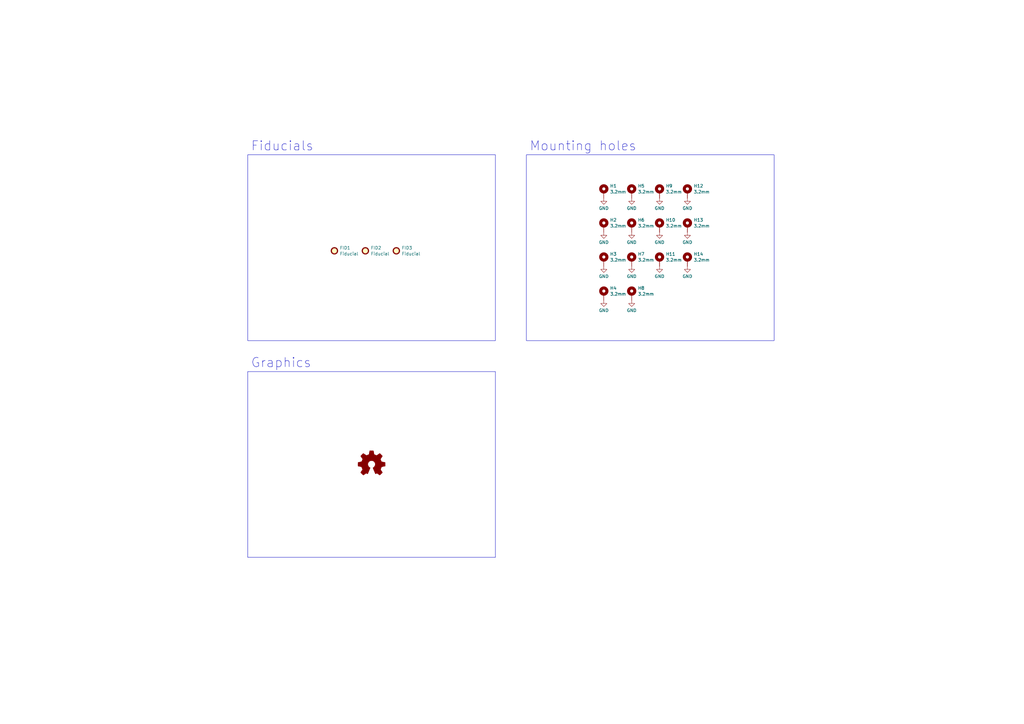
<source format=kicad_sch>
(kicad_sch (version 20230121) (generator eeschema)

  (uuid cefb509c-4d68-4157-b2da-1571685f03ff)

  (paper "A3")

  (title_block
    (title "Remote Radio Unit - RF board")
    (date "18-01-2024")
    (rev "B")
    (company "M17 Project")
    (comment 1 "Wojciech Kaczmarski, SP5WWP")
  )

  (lib_symbols
    (symbol "Graphic:Logo_Open_Hardware_Small" (in_bom no) (on_board no)
      (property "Reference" "#SYM" (at 0 6.985 0)
        (effects (font (size 1.27 1.27)) hide)
      )
      (property "Value" "Logo_Open_Hardware_Small" (at 0 -5.715 0)
        (effects (font (size 1.27 1.27)) hide)
      )
      (property "Footprint" "" (at 0 0 0)
        (effects (font (size 1.27 1.27)) hide)
      )
      (property "Datasheet" "~" (at 0 0 0)
        (effects (font (size 1.27 1.27)) hide)
      )
      (property "Sim.Enable" "0" (at 0 0 0)
        (effects (font (size 1.27 1.27)) hide)
      )
      (property "ki_keywords" "Logo" (at 0 0 0)
        (effects (font (size 1.27 1.27)) hide)
      )
      (property "ki_description" "Open Hardware logo, small" (at 0 0 0)
        (effects (font (size 1.27 1.27)) hide)
      )
      (symbol "Logo_Open_Hardware_Small_0_1"
        (polyline
          (pts
            (xy 3.3528 -4.3434)
            (xy 3.302 -4.318)
            (xy 3.175 -4.2418)
            (xy 2.9972 -4.1148)
            (xy 2.7686 -3.9624)
            (xy 2.54 -3.81)
            (xy 2.3622 -3.7084)
            (xy 2.2352 -3.6068)
            (xy 2.1844 -3.5814)
            (xy 2.159 -3.6068)
            (xy 2.0574 -3.6576)
            (xy 1.905 -3.7338)
            (xy 1.8034 -3.7846)
            (xy 1.6764 -3.8354)
            (xy 1.6002 -3.8354)
            (xy 1.6002 -3.8354)
            (xy 1.5494 -3.7338)
            (xy 1.4732 -3.5306)
            (xy 1.3462 -3.302)
            (xy 1.2446 -3.0226)
            (xy 1.1176 -2.7178)
            (xy 0.9652 -2.413)
            (xy 0.8636 -2.1082)
            (xy 0.7366 -1.8288)
            (xy 0.6604 -1.6256)
            (xy 0.6096 -1.4732)
            (xy 0.5842 -1.397)
            (xy 0.5842 -1.397)
            (xy 0.6604 -1.3208)
            (xy 0.7874 -1.2446)
            (xy 1.0414 -1.016)
            (xy 1.2954 -0.6858)
            (xy 1.4478 -0.3302)
            (xy 1.524 0.0762)
            (xy 1.4732 0.4572)
            (xy 1.3208 0.8128)
            (xy 1.0668 1.143)
            (xy 0.762 1.3716)
            (xy 0.4064 1.524)
            (xy 0 1.5748)
            (xy -0.381 1.5494)
            (xy -0.7366 1.397)
            (xy -1.0668 1.143)
            (xy -1.2192 0.9906)
            (xy -1.397 0.6604)
            (xy -1.524 0.3048)
            (xy -1.524 0.2286)
            (xy -1.4986 -0.1778)
            (xy -1.397 -0.5334)
            (xy -1.1938 -0.8636)
            (xy -0.9144 -1.143)
            (xy -0.8636 -1.1684)
            (xy -0.7366 -1.27)
            (xy -0.635 -1.3462)
            (xy -0.5842 -1.397)
            (xy -1.0668 -2.5908)
            (xy -1.143 -2.794)
            (xy -1.2954 -3.1242)
            (xy -1.397 -3.4036)
            (xy -1.4986 -3.6322)
            (xy -1.5748 -3.7846)
            (xy -1.6002 -3.8354)
            (xy -1.6002 -3.8354)
            (xy -1.651 -3.8354)
            (xy -1.7272 -3.81)
            (xy -1.905 -3.7338)
            (xy -2.0066 -3.683)
            (xy -2.1336 -3.6068)
            (xy -2.2098 -3.5814)
            (xy -2.2606 -3.6068)
            (xy -2.3622 -3.683)
            (xy -2.54 -3.81)
            (xy -2.7686 -3.9624)
            (xy -2.9718 -4.0894)
            (xy -3.1496 -4.2164)
            (xy -3.302 -4.318)
            (xy -3.3528 -4.3434)
            (xy -3.3782 -4.3434)
            (xy -3.429 -4.318)
            (xy -3.5306 -4.2164)
            (xy -3.7084 -4.064)
            (xy -3.937 -3.8354)
            (xy -3.9624 -3.81)
            (xy -4.1656 -3.6068)
            (xy -4.318 -3.4544)
            (xy -4.4196 -3.3274)
            (xy -4.445 -3.2766)
            (xy -4.445 -3.2766)
            (xy -4.4196 -3.2258)
            (xy -4.318 -3.0734)
            (xy -4.2164 -2.8956)
            (xy -4.064 -2.667)
            (xy -3.6576 -2.0828)
            (xy -3.8862 -1.5494)
            (xy -3.937 -1.3716)
            (xy -4.0386 -1.1684)
            (xy -4.0894 -1.0414)
            (xy -4.1148 -0.9652)
            (xy -4.191 -0.9398)
            (xy -4.318 -0.9144)
            (xy -4.5466 -0.8636)
            (xy -4.8006 -0.8128)
            (xy -5.0546 -0.7874)
            (xy -5.2578 -0.7366)
            (xy -5.4356 -0.7112)
            (xy -5.5118 -0.6858)
            (xy -5.5118 -0.6858)
            (xy -5.5372 -0.635)
            (xy -5.5372 -0.5588)
            (xy -5.5372 -0.4318)
            (xy -5.5626 -0.2286)
            (xy -5.5626 0.0762)
            (xy -5.5626 0.127)
            (xy -5.5372 0.4064)
            (xy -5.5372 0.635)
            (xy -5.5372 0.762)
            (xy -5.5372 0.8382)
            (xy -5.5372 0.8382)
            (xy -5.461 0.8382)
            (xy -5.3086 0.889)
            (xy -5.08 0.9144)
            (xy -4.826 0.9652)
            (xy -4.8006 0.9906)
            (xy -4.5466 1.0414)
            (xy -4.318 1.0668)
            (xy -4.1656 1.1176)
            (xy -4.0894 1.143)
            (xy -4.0894 1.143)
            (xy -4.0386 1.2446)
            (xy -3.9624 1.4224)
            (xy -3.8608 1.6256)
            (xy -3.7846 1.8288)
            (xy -3.7084 2.0066)
            (xy -3.6576 2.159)
            (xy -3.6322 2.2098)
            (xy -3.6322 2.2098)
            (xy -3.683 2.286)
            (xy -3.7592 2.413)
            (xy -3.8862 2.5908)
            (xy -4.064 2.8194)
            (xy -4.064 2.8448)
            (xy -4.2164 3.0734)
            (xy -4.3434 3.2512)
            (xy -4.4196 3.3782)
            (xy -4.445 3.4544)
            (xy -4.445 3.4544)
            (xy -4.3942 3.5052)
            (xy -4.2926 3.6322)
            (xy -4.1148 3.81)
            (xy -3.937 4.0132)
            (xy -3.8608 4.064)
            (xy -3.6576 4.2926)
            (xy -3.5052 4.4196)
            (xy -3.4036 4.4958)
            (xy -3.3528 4.5212)
            (xy -3.3528 4.5212)
            (xy -3.302 4.4704)
            (xy -3.1496 4.3688)
            (xy -2.9718 4.2418)
            (xy -2.7432 4.0894)
            (xy -2.7178 4.0894)
            (xy -2.4892 3.937)
            (xy -2.3114 3.81)
            (xy -2.1844 3.7084)
            (xy -2.1336 3.683)
            (xy -2.1082 3.683)
            (xy -2.032 3.7084)
            (xy -1.8542 3.7592)
            (xy -1.6764 3.8354)
            (xy -1.4732 3.937)
            (xy -1.27 4.0132)
            (xy -1.143 4.064)
            (xy -1.0668 4.1148)
            (xy -1.0668 4.1148)
            (xy -1.0414 4.191)
            (xy -1.016 4.3434)
            (xy -0.9652 4.572)
            (xy -0.9144 4.8514)
            (xy -0.889 4.9022)
            (xy -0.8382 5.1562)
            (xy -0.8128 5.3848)
            (xy -0.7874 5.5372)
            (xy -0.762 5.588)
            (xy -0.7112 5.6134)
            (xy -0.5842 5.6134)
            (xy -0.4064 5.6134)
            (xy -0.1524 5.6134)
            (xy 0.0762 5.6134)
            (xy 0.3302 5.6134)
            (xy 0.5334 5.6134)
            (xy 0.6858 5.588)
            (xy 0.7366 5.588)
            (xy 0.7366 5.588)
            (xy 0.762 5.5118)
            (xy 0.8128 5.334)
            (xy 0.8382 5.1054)
            (xy 0.9144 4.826)
            (xy 0.9144 4.7752)
            (xy 0.9652 4.5212)
            (xy 1.016 4.2926)
            (xy 1.0414 4.1402)
            (xy 1.0668 4.0894)
            (xy 1.0668 4.0894)
            (xy 1.1938 4.0386)
            (xy 1.3716 3.9624)
            (xy 1.5748 3.8608)
            (xy 2.0828 3.6576)
            (xy 2.7178 4.0894)
            (xy 2.7686 4.1402)
            (xy 2.9972 4.2926)
            (xy 3.175 4.4196)
            (xy 3.302 4.4958)
            (xy 3.3782 4.5212)
            (xy 3.3782 4.5212)
            (xy 3.429 4.4704)
            (xy 3.556 4.3434)
            (xy 3.7338 4.191)
            (xy 3.9116 3.9878)
            (xy 4.064 3.8354)
            (xy 4.2418 3.6576)
            (xy 4.3434 3.556)
            (xy 4.4196 3.4798)
            (xy 4.4196 3.429)
            (xy 4.4196 3.4036)
            (xy 4.3942 3.3274)
            (xy 4.2926 3.2004)
            (xy 4.1656 2.9972)
            (xy 4.0132 2.794)
            (xy 3.8862 2.5908)
            (xy 3.7592 2.3876)
            (xy 3.6576 2.2352)
            (xy 3.6322 2.159)
            (xy 3.6322 2.1336)
            (xy 3.683 2.0066)
            (xy 3.7592 1.8288)
            (xy 3.8608 1.6002)
            (xy 4.064 1.1176)
            (xy 4.3942 1.0414)
            (xy 4.5974 1.016)
            (xy 4.8768 0.9652)
            (xy 5.1308 0.9144)
            (xy 5.5372 0.8382)
            (xy 5.5626 -0.6604)
            (xy 5.4864 -0.6858)
            (xy 5.4356 -0.6858)
            (xy 5.2832 -0.7366)
            (xy 5.0546 -0.762)
            (xy 4.8006 -0.8128)
            (xy 4.5974 -0.8636)
            (xy 4.3688 -0.9144)
            (xy 4.2164 -0.9398)
            (xy 4.1402 -0.9398)
            (xy 4.1148 -0.9652)
            (xy 4.064 -1.0668)
            (xy 3.9878 -1.2446)
            (xy 3.9116 -1.4478)
            (xy 3.81 -1.651)
            (xy 3.7338 -1.8542)
            (xy 3.683 -2.0066)
            (xy 3.6576 -2.0828)
            (xy 3.683 -2.1336)
            (xy 3.7846 -2.2606)
            (xy 3.8862 -2.4638)
            (xy 4.0386 -2.667)
            (xy 4.191 -2.8956)
            (xy 4.318 -3.0734)
            (xy 4.3942 -3.2004)
            (xy 4.445 -3.2766)
            (xy 4.4196 -3.3274)
            (xy 4.3434 -3.429)
            (xy 4.1656 -3.5814)
            (xy 3.937 -3.8354)
            (xy 3.8862 -3.8608)
            (xy 3.683 -4.064)
            (xy 3.5306 -4.2164)
            (xy 3.4036 -4.318)
            (xy 3.3528 -4.3434)
          )
          (stroke (width 0) (type default))
          (fill (type outline))
        )
      )
    )
    (symbol "Mechanical:Fiducial" (in_bom yes) (on_board yes)
      (property "Reference" "FID" (at 0 5.08 0)
        (effects (font (size 1.27 1.27)))
      )
      (property "Value" "Fiducial" (at 0 3.175 0)
        (effects (font (size 1.27 1.27)))
      )
      (property "Footprint" "" (at 0 0 0)
        (effects (font (size 1.27 1.27)) hide)
      )
      (property "Datasheet" "~" (at 0 0 0)
        (effects (font (size 1.27 1.27)) hide)
      )
      (property "ki_keywords" "fiducial marker" (at 0 0 0)
        (effects (font (size 1.27 1.27)) hide)
      )
      (property "ki_description" "Fiducial Marker" (at 0 0 0)
        (effects (font (size 1.27 1.27)) hide)
      )
      (property "ki_fp_filters" "Fiducial*" (at 0 0 0)
        (effects (font (size 1.27 1.27)) hide)
      )
      (symbol "Fiducial_0_1"
        (circle (center 0 0) (radius 1.27)
          (stroke (width 0.508) (type default))
          (fill (type background))
        )
      )
    )
    (symbol "Mechanical:MountingHole_Pad" (pin_numbers hide) (pin_names (offset 1.016) hide) (in_bom yes) (on_board yes)
      (property "Reference" "H" (at 0 6.35 0)
        (effects (font (size 1.27 1.27)))
      )
      (property "Value" "MountingHole_Pad" (at 0 4.445 0)
        (effects (font (size 1.27 1.27)))
      )
      (property "Footprint" "" (at 0 0 0)
        (effects (font (size 1.27 1.27)) hide)
      )
      (property "Datasheet" "~" (at 0 0 0)
        (effects (font (size 1.27 1.27)) hide)
      )
      (property "ki_keywords" "mounting hole" (at 0 0 0)
        (effects (font (size 1.27 1.27)) hide)
      )
      (property "ki_description" "Mounting Hole with connection" (at 0 0 0)
        (effects (font (size 1.27 1.27)) hide)
      )
      (property "ki_fp_filters" "MountingHole*Pad*" (at 0 0 0)
        (effects (font (size 1.27 1.27)) hide)
      )
      (symbol "MountingHole_Pad_0_1"
        (circle (center 0 1.27) (radius 1.27)
          (stroke (width 1.27) (type default))
          (fill (type none))
        )
      )
      (symbol "MountingHole_Pad_1_1"
        (pin input line (at 0 -2.54 90) (length 2.54)
          (name "1" (effects (font (size 1.27 1.27))))
          (number "1" (effects (font (size 1.27 1.27))))
        )
      )
    )
    (symbol "power:GND" (power) (pin_names (offset 0)) (in_bom yes) (on_board yes)
      (property "Reference" "#PWR" (at 0 -6.35 0)
        (effects (font (size 1.27 1.27)) hide)
      )
      (property "Value" "GND" (at 0 -3.81 0)
        (effects (font (size 1.27 1.27)))
      )
      (property "Footprint" "" (at 0 0 0)
        (effects (font (size 1.27 1.27)) hide)
      )
      (property "Datasheet" "" (at 0 0 0)
        (effects (font (size 1.27 1.27)) hide)
      )
      (property "ki_keywords" "global power" (at 0 0 0)
        (effects (font (size 1.27 1.27)) hide)
      )
      (property "ki_description" "Power symbol creates a global label with name \"GND\" , ground" (at 0 0 0)
        (effects (font (size 1.27 1.27)) hide)
      )
      (symbol "GND_0_1"
        (polyline
          (pts
            (xy 0 0)
            (xy 0 -1.27)
            (xy 1.27 -1.27)
            (xy 0 -2.54)
            (xy -1.27 -1.27)
            (xy 0 -1.27)
          )
          (stroke (width 0) (type default))
          (fill (type none))
        )
      )
      (symbol "GND_1_1"
        (pin power_in line (at 0 0 270) (length 0) hide
          (name "GND" (effects (font (size 1.27 1.27))))
          (number "1" (effects (font (size 1.27 1.27))))
        )
      )
    )
  )


  (rectangle (start 215.9 63.5) (end 317.5 139.7)
    (stroke (width 0) (type default))
    (fill (type none))
    (uuid d0bc02b3-458c-4b6b-85da-88a283f28515)
  )
  (rectangle (start 101.6 63.5) (end 203.2 139.7)
    (stroke (width 0) (type default))
    (fill (type none))
    (uuid d4653bae-b061-4054-9c7c-d657cca027d0)
  )
  (rectangle (start 101.6 152.4) (end 203.2 228.6)
    (stroke (width 0) (type default))
    (fill (type none))
    (uuid e2529b63-1f22-4d5a-a266-e96a80dcb288)
  )

  (text "Mounting holes" (at 217.17 62.23 0)
    (effects (font (size 3.81 3.81)) (justify left bottom))
    (uuid 4f765e31-0439-490e-b1b6-51bdf7ea30d5)
  )
  (text "Graphics" (at 102.87 151.13 0)
    (effects (font (size 3.81 3.81)) (justify left bottom))
    (uuid b7b4ec8a-9392-43fa-b2da-c29c039b8747)
  )
  (text "Fiducials" (at 102.87 62.23 0)
    (effects (font (size 3.81 3.81)) (justify left bottom))
    (uuid ccc12ec1-39ea-4e4c-affa-ec2f0f56e6d4)
  )

  (symbol (lib_id "Mechanical:Fiducial") (at 137.16 102.87 0) (unit 1)
    (in_bom yes) (on_board yes) (dnp no) (fields_autoplaced)
    (uuid 0140047b-7e07-4e67-b714-e01016a8f7f0)
    (property "Reference" "FID1" (at 139.319 101.6579 0)
      (effects (font (size 1.27 1.27)) (justify left))
    )
    (property "Value" "Fiducial" (at 139.319 104.0821 0)
      (effects (font (size 1.27 1.27)) (justify left))
    )
    (property "Footprint" "Fiducial:Fiducial_0.75mm_Mask1.5mm" (at 137.16 102.87 0)
      (effects (font (size 1.27 1.27)) hide)
    )
    (property "Datasheet" "~" (at 137.16 102.87 0)
      (effects (font (size 1.27 1.27)) hide)
    )
    (property "MPN" "-" (at 137.16 102.87 0)
      (effects (font (size 1.27 1.27)) hide)
    )
    (property "PN" "-" (at 137.16 102.87 0)
      (effects (font (size 1.27 1.27)) hide)
    )
    (instances
      (project "m17-rru-rf"
        (path "/4c42207c-9e6b-42da-ad38-da126b892014/46aa90bc-6f92-4b5d-819e-37f488a08c56"
          (reference "FID1") (unit 1)
        )
      )
    )
  )

  (symbol (lib_id "power:GND") (at 281.94 95.25 0) (unit 1)
    (in_bom yes) (on_board yes) (dnp no) (fields_autoplaced)
    (uuid 04055b48-2f57-45c4-b5a3-c44568ff441f)
    (property "Reference" "#PWR083" (at 281.94 101.6 0)
      (effects (font (size 1.27 1.27)) hide)
    )
    (property "Value" "GND" (at 281.94 99.3831 0)
      (effects (font (size 1.27 1.27)))
    )
    (property "Footprint" "" (at 281.94 95.25 0)
      (effects (font (size 1.27 1.27)) hide)
    )
    (property "Datasheet" "" (at 281.94 95.25 0)
      (effects (font (size 1.27 1.27)) hide)
    )
    (pin "1" (uuid 50d66ba7-200d-46c0-97cd-aa9e9128c10f))
    (instances
      (project "m17-rru-rf"
        (path "/4c42207c-9e6b-42da-ad38-da126b892014/ccc39fee-262d-4ac9-a9a6-59e024db6eed"
          (reference "#PWR083") (unit 1)
        )
        (path "/4c42207c-9e6b-42da-ad38-da126b892014/46aa90bc-6f92-4b5d-819e-37f488a08c56"
          (reference "#PWR0139") (unit 1)
        )
      )
    )
  )

  (symbol (lib_id "Mechanical:MountingHole_Pad") (at 247.65 106.68 0) (unit 1)
    (in_bom yes) (on_board yes) (dnp no) (fields_autoplaced)
    (uuid 0625b55b-83c8-4bec-9403-e5fc18dc9d8b)
    (property "Reference" "H3" (at 250.19 104.1979 0)
      (effects (font (size 1.27 1.27)) (justify left))
    )
    (property "Value" "3.2mm" (at 250.19 106.6221 0)
      (effects (font (size 1.27 1.27)) (justify left))
    )
    (property "Footprint" "MountingHole:MountingHole_3.2mm_M3_Pad_Via" (at 247.65 106.68 0)
      (effects (font (size 1.27 1.27)) hide)
    )
    (property "Datasheet" "~" (at 247.65 106.68 0)
      (effects (font (size 1.27 1.27)) hide)
    )
    (property "MPN" "-" (at 247.65 106.68 0)
      (effects (font (size 1.27 1.27)) hide)
    )
    (property "PN" "-" (at 247.65 106.68 0)
      (effects (font (size 1.27 1.27)) hide)
    )
    (pin "1" (uuid 6a392d61-1543-4e3c-90bf-e9b7232e48b6))
    (instances
      (project "m17-rru-rf"
        (path "/4c42207c-9e6b-42da-ad38-da126b892014/46aa90bc-6f92-4b5d-819e-37f488a08c56"
          (reference "H3") (unit 1)
        )
      )
    )
  )

  (symbol (lib_id "power:GND") (at 259.08 95.25 0) (unit 1)
    (in_bom yes) (on_board yes) (dnp no) (fields_autoplaced)
    (uuid 07a38318-c39a-4ebe-869b-a9820a8c3231)
    (property "Reference" "#PWR083" (at 259.08 101.6 0)
      (effects (font (size 1.27 1.27)) hide)
    )
    (property "Value" "GND" (at 259.08 99.3831 0)
      (effects (font (size 1.27 1.27)))
    )
    (property "Footprint" "" (at 259.08 95.25 0)
      (effects (font (size 1.27 1.27)) hide)
    )
    (property "Datasheet" "" (at 259.08 95.25 0)
      (effects (font (size 1.27 1.27)) hide)
    )
    (pin "1" (uuid c4b33103-64c5-4c4f-87c9-aa5b7b673d9a))
    (instances
      (project "m17-rru-rf"
        (path "/4c42207c-9e6b-42da-ad38-da126b892014/ccc39fee-262d-4ac9-a9a6-59e024db6eed"
          (reference "#PWR083") (unit 1)
        )
        (path "/4c42207c-9e6b-42da-ad38-da126b892014/46aa90bc-6f92-4b5d-819e-37f488a08c56"
          (reference "#PWR0132") (unit 1)
        )
      )
    )
  )

  (symbol (lib_id "power:GND") (at 259.08 81.28 0) (unit 1)
    (in_bom yes) (on_board yes) (dnp no) (fields_autoplaced)
    (uuid 0afede40-7dee-4fcb-a944-8b075e00f8bf)
    (property "Reference" "#PWR083" (at 259.08 87.63 0)
      (effects (font (size 1.27 1.27)) hide)
    )
    (property "Value" "GND" (at 259.08 85.4131 0)
      (effects (font (size 1.27 1.27)))
    )
    (property "Footprint" "" (at 259.08 81.28 0)
      (effects (font (size 1.27 1.27)) hide)
    )
    (property "Datasheet" "" (at 259.08 81.28 0)
      (effects (font (size 1.27 1.27)) hide)
    )
    (pin "1" (uuid 5dfc83fa-040a-4ecb-80b9-bd901fff98ae))
    (instances
      (project "m17-rru-rf"
        (path "/4c42207c-9e6b-42da-ad38-da126b892014/ccc39fee-262d-4ac9-a9a6-59e024db6eed"
          (reference "#PWR083") (unit 1)
        )
        (path "/4c42207c-9e6b-42da-ad38-da126b892014/46aa90bc-6f92-4b5d-819e-37f488a08c56"
          (reference "#PWR0131") (unit 1)
        )
      )
    )
  )

  (symbol (lib_id "power:GND") (at 281.94 81.28 0) (unit 1)
    (in_bom yes) (on_board yes) (dnp no) (fields_autoplaced)
    (uuid 0b38a1fd-5859-452e-9a5d-d00f3abdc965)
    (property "Reference" "#PWR083" (at 281.94 87.63 0)
      (effects (font (size 1.27 1.27)) hide)
    )
    (property "Value" "GND" (at 281.94 85.4131 0)
      (effects (font (size 1.27 1.27)))
    )
    (property "Footprint" "" (at 281.94 81.28 0)
      (effects (font (size 1.27 1.27)) hide)
    )
    (property "Datasheet" "" (at 281.94 81.28 0)
      (effects (font (size 1.27 1.27)) hide)
    )
    (pin "1" (uuid 5c97a33f-4e69-4edc-81a8-19a6c7579fbc))
    (instances
      (project "m17-rru-rf"
        (path "/4c42207c-9e6b-42da-ad38-da126b892014/ccc39fee-262d-4ac9-a9a6-59e024db6eed"
          (reference "#PWR083") (unit 1)
        )
        (path "/4c42207c-9e6b-42da-ad38-da126b892014/46aa90bc-6f92-4b5d-819e-37f488a08c56"
          (reference "#PWR0138") (unit 1)
        )
      )
    )
  )

  (symbol (lib_id "Mechanical:MountingHole_Pad") (at 259.08 120.65 0) (unit 1)
    (in_bom yes) (on_board yes) (dnp no) (fields_autoplaced)
    (uuid 17ca298f-60c2-46ab-85f0-e3610dac40ec)
    (property "Reference" "H8" (at 261.62 118.1679 0)
      (effects (font (size 1.27 1.27)) (justify left))
    )
    (property "Value" "3.2mm" (at 261.62 120.5921 0)
      (effects (font (size 1.27 1.27)) (justify left))
    )
    (property "Footprint" "MountingHole:MountingHole_3.2mm_M3_Pad_Via" (at 259.08 120.65 0)
      (effects (font (size 1.27 1.27)) hide)
    )
    (property "Datasheet" "~" (at 259.08 120.65 0)
      (effects (font (size 1.27 1.27)) hide)
    )
    (property "MPN" "-" (at 259.08 120.65 0)
      (effects (font (size 1.27 1.27)) hide)
    )
    (property "PN" "-" (at 259.08 120.65 0)
      (effects (font (size 1.27 1.27)) hide)
    )
    (pin "1" (uuid 5a986720-2bde-4e43-a036-e6b1387f4fe9))
    (instances
      (project "m17-rru-rf"
        (path "/4c42207c-9e6b-42da-ad38-da126b892014/46aa90bc-6f92-4b5d-819e-37f488a08c56"
          (reference "H8") (unit 1)
        )
      )
    )
  )

  (symbol (lib_id "Mechanical:Fiducial") (at 162.56 102.87 0) (unit 1)
    (in_bom yes) (on_board yes) (dnp no) (fields_autoplaced)
    (uuid 2c119392-2865-4a55-a686-c10fd7172b9b)
    (property "Reference" "FID3" (at 164.719 101.6579 0)
      (effects (font (size 1.27 1.27)) (justify left))
    )
    (property "Value" "Fiducial" (at 164.719 104.0821 0)
      (effects (font (size 1.27 1.27)) (justify left))
    )
    (property "Footprint" "Fiducial:Fiducial_0.75mm_Mask1.5mm" (at 162.56 102.87 0)
      (effects (font (size 1.27 1.27)) hide)
    )
    (property "Datasheet" "~" (at 162.56 102.87 0)
      (effects (font (size 1.27 1.27)) hide)
    )
    (property "MPN" "-" (at 162.56 102.87 0)
      (effects (font (size 1.27 1.27)) hide)
    )
    (property "PN" "-" (at 162.56 102.87 0)
      (effects (font (size 1.27 1.27)) hide)
    )
    (instances
      (project "m17-rru-rf"
        (path "/4c42207c-9e6b-42da-ad38-da126b892014/46aa90bc-6f92-4b5d-819e-37f488a08c56"
          (reference "FID3") (unit 1)
        )
      )
    )
  )

  (symbol (lib_id "Mechanical:MountingHole_Pad") (at 247.65 120.65 0) (unit 1)
    (in_bom yes) (on_board yes) (dnp no) (fields_autoplaced)
    (uuid 3a98f8e2-9090-497a-85d0-41028fa55e10)
    (property "Reference" "H4" (at 250.19 118.1679 0)
      (effects (font (size 1.27 1.27)) (justify left))
    )
    (property "Value" "3.2mm" (at 250.19 120.5921 0)
      (effects (font (size 1.27 1.27)) (justify left))
    )
    (property "Footprint" "MountingHole:MountingHole_3.2mm_M3_Pad_Via" (at 247.65 120.65 0)
      (effects (font (size 1.27 1.27)) hide)
    )
    (property "Datasheet" "~" (at 247.65 120.65 0)
      (effects (font (size 1.27 1.27)) hide)
    )
    (property "MPN" "-" (at 247.65 120.65 0)
      (effects (font (size 1.27 1.27)) hide)
    )
    (property "PN" "-" (at 247.65 120.65 0)
      (effects (font (size 1.27 1.27)) hide)
    )
    (pin "1" (uuid 906625ec-af6a-4012-86c4-b444c5504817))
    (instances
      (project "m17-rru-rf"
        (path "/4c42207c-9e6b-42da-ad38-da126b892014/46aa90bc-6f92-4b5d-819e-37f488a08c56"
          (reference "H4") (unit 1)
        )
      )
    )
  )

  (symbol (lib_id "power:GND") (at 270.51 95.25 0) (unit 1)
    (in_bom yes) (on_board yes) (dnp no) (fields_autoplaced)
    (uuid 3bdfa8de-05f1-4442-8001-b1035c4ec29e)
    (property "Reference" "#PWR083" (at 270.51 101.6 0)
      (effects (font (size 1.27 1.27)) hide)
    )
    (property "Value" "GND" (at 270.51 99.3831 0)
      (effects (font (size 1.27 1.27)))
    )
    (property "Footprint" "" (at 270.51 95.25 0)
      (effects (font (size 1.27 1.27)) hide)
    )
    (property "Datasheet" "" (at 270.51 95.25 0)
      (effects (font (size 1.27 1.27)) hide)
    )
    (pin "1" (uuid f48d2df0-4b86-4957-87ec-0b829bca1883))
    (instances
      (project "m17-rru-rf"
        (path "/4c42207c-9e6b-42da-ad38-da126b892014/ccc39fee-262d-4ac9-a9a6-59e024db6eed"
          (reference "#PWR083") (unit 1)
        )
        (path "/4c42207c-9e6b-42da-ad38-da126b892014/46aa90bc-6f92-4b5d-819e-37f488a08c56"
          (reference "#PWR0136") (unit 1)
        )
      )
    )
  )

  (symbol (lib_id "Mechanical:MountingHole_Pad") (at 270.51 106.68 0) (unit 1)
    (in_bom yes) (on_board yes) (dnp no) (fields_autoplaced)
    (uuid 3fe807da-76d8-4150-96b9-9eb66aa7c496)
    (property "Reference" "H11" (at 273.05 104.1979 0)
      (effects (font (size 1.27 1.27)) (justify left))
    )
    (property "Value" "3.2mm" (at 273.05 106.6221 0)
      (effects (font (size 1.27 1.27)) (justify left))
    )
    (property "Footprint" "MountingHole:MountingHole_3.2mm_M3_Pad_Via" (at 270.51 106.68 0)
      (effects (font (size 1.27 1.27)) hide)
    )
    (property "Datasheet" "~" (at 270.51 106.68 0)
      (effects (font (size 1.27 1.27)) hide)
    )
    (property "MPN" "-" (at 270.51 106.68 0)
      (effects (font (size 1.27 1.27)) hide)
    )
    (property "PN" "-" (at 270.51 106.68 0)
      (effects (font (size 1.27 1.27)) hide)
    )
    (pin "1" (uuid a7bd0335-4db4-4397-a117-82cd1de939b2))
    (instances
      (project "m17-rru-rf"
        (path "/4c42207c-9e6b-42da-ad38-da126b892014/46aa90bc-6f92-4b5d-819e-37f488a08c56"
          (reference "H11") (unit 1)
        )
      )
    )
  )

  (symbol (lib_id "Mechanical:MountingHole_Pad") (at 270.51 78.74 0) (unit 1)
    (in_bom yes) (on_board yes) (dnp no) (fields_autoplaced)
    (uuid 4324a1a9-7c6f-4fd2-a0b8-b65602096756)
    (property "Reference" "H9" (at 273.05 76.2579 0)
      (effects (font (size 1.27 1.27)) (justify left))
    )
    (property "Value" "3.2mm" (at 273.05 78.6821 0)
      (effects (font (size 1.27 1.27)) (justify left))
    )
    (property "Footprint" "MountingHole:MountingHole_3.2mm_M3_Pad_Via" (at 270.51 78.74 0)
      (effects (font (size 1.27 1.27)) hide)
    )
    (property "Datasheet" "~" (at 270.51 78.74 0)
      (effects (font (size 1.27 1.27)) hide)
    )
    (property "MPN" "-" (at 270.51 78.74 0)
      (effects (font (size 1.27 1.27)) hide)
    )
    (property "PN" "-" (at 270.51 78.74 0)
      (effects (font (size 1.27 1.27)) hide)
    )
    (pin "1" (uuid c819893b-e757-470b-993a-f8ebd2c1aeda))
    (instances
      (project "m17-rru-rf"
        (path "/4c42207c-9e6b-42da-ad38-da126b892014/46aa90bc-6f92-4b5d-819e-37f488a08c56"
          (reference "H9") (unit 1)
        )
      )
    )
  )

  (symbol (lib_id "Graphic:Logo_Open_Hardware_Small") (at 152.4 190.5 0) (unit 1)
    (in_bom no) (on_board no) (dnp no) (fields_autoplaced)
    (uuid 47478d3f-087d-46bb-93e7-e9874f23eb19)
    (property "Reference" "#SYM1" (at 152.4 183.515 0)
      (effects (font (size 1.27 1.27)) hide)
    )
    (property "Value" "Logo_Open_Hardware_Small" (at 152.4 196.215 0)
      (effects (font (size 1.27 1.27)) hide)
    )
    (property "Footprint" "Symbol:OSHW-Logo2_14.6x12mm_SilkScreen" (at 152.4 190.5 0)
      (effects (font (size 1.27 1.27)) hide)
    )
    (property "Datasheet" "~" (at 152.4 190.5 0)
      (effects (font (size 1.27 1.27)) hide)
    )
    (property "Sim.Enable" "0" (at 152.4 190.5 0)
      (effects (font (size 1.27 1.27)) hide)
    )
    (instances
      (project "m17-rru-rf"
        (path "/4c42207c-9e6b-42da-ad38-da126b892014/46aa90bc-6f92-4b5d-819e-37f488a08c56"
          (reference "#SYM1") (unit 1)
        )
      )
    )
  )

  (symbol (lib_id "Mechanical:MountingHole_Pad") (at 247.65 78.74 0) (unit 1)
    (in_bom yes) (on_board yes) (dnp no) (fields_autoplaced)
    (uuid 4b75ee1b-3b08-4085-82af-12d5783249c7)
    (property "Reference" "H1" (at 250.19 76.2579 0)
      (effects (font (size 1.27 1.27)) (justify left))
    )
    (property "Value" "3.2mm" (at 250.19 78.6821 0)
      (effects (font (size 1.27 1.27)) (justify left))
    )
    (property "Footprint" "MountingHole:MountingHole_3.2mm_M3_Pad_Via" (at 247.65 78.74 0)
      (effects (font (size 1.27 1.27)) hide)
    )
    (property "Datasheet" "~" (at 247.65 78.74 0)
      (effects (font (size 1.27 1.27)) hide)
    )
    (property "MPN" "-" (at 247.65 78.74 0)
      (effects (font (size 1.27 1.27)) hide)
    )
    (property "PN" "-" (at 247.65 78.74 0)
      (effects (font (size 1.27 1.27)) hide)
    )
    (pin "1" (uuid 8cccf368-c6e5-4558-b118-9d40611f318d))
    (instances
      (project "m17-rru-rf"
        (path "/4c42207c-9e6b-42da-ad38-da126b892014/46aa90bc-6f92-4b5d-819e-37f488a08c56"
          (reference "H1") (unit 1)
        )
      )
    )
  )

  (symbol (lib_id "power:GND") (at 247.65 81.28 0) (unit 1)
    (in_bom yes) (on_board yes) (dnp no) (fields_autoplaced)
    (uuid 501a4927-dbd1-4dd2-82dc-138e28f47fab)
    (property "Reference" "#PWR083" (at 247.65 87.63 0)
      (effects (font (size 1.27 1.27)) hide)
    )
    (property "Value" "GND" (at 247.65 85.4131 0)
      (effects (font (size 1.27 1.27)))
    )
    (property "Footprint" "" (at 247.65 81.28 0)
      (effects (font (size 1.27 1.27)) hide)
    )
    (property "Datasheet" "" (at 247.65 81.28 0)
      (effects (font (size 1.27 1.27)) hide)
    )
    (pin "1" (uuid 9eaaf1c9-408f-431d-8006-48468b047a5e))
    (instances
      (project "m17-rru-rf"
        (path "/4c42207c-9e6b-42da-ad38-da126b892014/ccc39fee-262d-4ac9-a9a6-59e024db6eed"
          (reference "#PWR083") (unit 1)
        )
        (path "/4c42207c-9e6b-42da-ad38-da126b892014/46aa90bc-6f92-4b5d-819e-37f488a08c56"
          (reference "#PWR0127") (unit 1)
        )
      )
    )
  )

  (symbol (lib_id "Mechanical:MountingHole_Pad") (at 281.94 106.68 0) (unit 1)
    (in_bom yes) (on_board yes) (dnp no) (fields_autoplaced)
    (uuid 7027d853-cf08-4fa2-a72e-c86547f90fc7)
    (property "Reference" "H14" (at 284.48 104.1979 0)
      (effects (font (size 1.27 1.27)) (justify left))
    )
    (property "Value" "3.2mm" (at 284.48 106.6221 0)
      (effects (font (size 1.27 1.27)) (justify left))
    )
    (property "Footprint" "MountingHole:MountingHole_3.2mm_M3_Pad_Via" (at 281.94 106.68 0)
      (effects (font (size 1.27 1.27)) hide)
    )
    (property "Datasheet" "~" (at 281.94 106.68 0)
      (effects (font (size 1.27 1.27)) hide)
    )
    (property "MPN" "-" (at 281.94 106.68 0)
      (effects (font (size 1.27 1.27)) hide)
    )
    (property "PN" "-" (at 281.94 106.68 0)
      (effects (font (size 1.27 1.27)) hide)
    )
    (pin "1" (uuid d477864b-31ed-4fe8-9f93-b2de6086bf4d))
    (instances
      (project "m17-rru-rf"
        (path "/4c42207c-9e6b-42da-ad38-da126b892014/46aa90bc-6f92-4b5d-819e-37f488a08c56"
          (reference "H14") (unit 1)
        )
      )
    )
  )

  (symbol (lib_id "power:GND") (at 270.51 109.22 0) (unit 1)
    (in_bom yes) (on_board yes) (dnp no) (fields_autoplaced)
    (uuid 73078d1a-fe86-4364-b673-ec6c68e34c60)
    (property "Reference" "#PWR083" (at 270.51 115.57 0)
      (effects (font (size 1.27 1.27)) hide)
    )
    (property "Value" "GND" (at 270.51 113.3531 0)
      (effects (font (size 1.27 1.27)))
    )
    (property "Footprint" "" (at 270.51 109.22 0)
      (effects (font (size 1.27 1.27)) hide)
    )
    (property "Datasheet" "" (at 270.51 109.22 0)
      (effects (font (size 1.27 1.27)) hide)
    )
    (pin "1" (uuid a706c2cc-abbd-471b-920f-f2afcdc99b34))
    (instances
      (project "m17-rru-rf"
        (path "/4c42207c-9e6b-42da-ad38-da126b892014/ccc39fee-262d-4ac9-a9a6-59e024db6eed"
          (reference "#PWR083") (unit 1)
        )
        (path "/4c42207c-9e6b-42da-ad38-da126b892014/46aa90bc-6f92-4b5d-819e-37f488a08c56"
          (reference "#PWR0137") (unit 1)
        )
      )
    )
  )

  (symbol (lib_id "power:GND") (at 247.65 95.25 0) (unit 1)
    (in_bom yes) (on_board yes) (dnp no) (fields_autoplaced)
    (uuid 7cd98d21-05a2-482e-965a-32430b0f4500)
    (property "Reference" "#PWR083" (at 247.65 101.6 0)
      (effects (font (size 1.27 1.27)) hide)
    )
    (property "Value" "GND" (at 247.65 99.3831 0)
      (effects (font (size 1.27 1.27)))
    )
    (property "Footprint" "" (at 247.65 95.25 0)
      (effects (font (size 1.27 1.27)) hide)
    )
    (property "Datasheet" "" (at 247.65 95.25 0)
      (effects (font (size 1.27 1.27)) hide)
    )
    (pin "1" (uuid 254ef12b-869a-4cd7-9140-b8f1d64dfb71))
    (instances
      (project "m17-rru-rf"
        (path "/4c42207c-9e6b-42da-ad38-da126b892014/ccc39fee-262d-4ac9-a9a6-59e024db6eed"
          (reference "#PWR083") (unit 1)
        )
        (path "/4c42207c-9e6b-42da-ad38-da126b892014/46aa90bc-6f92-4b5d-819e-37f488a08c56"
          (reference "#PWR0128") (unit 1)
        )
      )
    )
  )

  (symbol (lib_id "Mechanical:MountingHole_Pad") (at 281.94 92.71 0) (unit 1)
    (in_bom yes) (on_board yes) (dnp no) (fields_autoplaced)
    (uuid 7d1c72b1-d416-49d4-95a9-d8deeb8b6f35)
    (property "Reference" "H13" (at 284.48 90.2279 0)
      (effects (font (size 1.27 1.27)) (justify left))
    )
    (property "Value" "3.2mm" (at 284.48 92.6521 0)
      (effects (font (size 1.27 1.27)) (justify left))
    )
    (property "Footprint" "MountingHole:MountingHole_3.2mm_M3_Pad_Via" (at 281.94 92.71 0)
      (effects (font (size 1.27 1.27)) hide)
    )
    (property "Datasheet" "~" (at 281.94 92.71 0)
      (effects (font (size 1.27 1.27)) hide)
    )
    (property "MPN" "-" (at 281.94 92.71 0)
      (effects (font (size 1.27 1.27)) hide)
    )
    (property "PN" "-" (at 281.94 92.71 0)
      (effects (font (size 1.27 1.27)) hide)
    )
    (pin "1" (uuid 9d7cd71f-3c61-4ce8-aabb-b8d31b9b137e))
    (instances
      (project "m17-rru-rf"
        (path "/4c42207c-9e6b-42da-ad38-da126b892014/46aa90bc-6f92-4b5d-819e-37f488a08c56"
          (reference "H13") (unit 1)
        )
      )
    )
  )

  (symbol (lib_id "power:GND") (at 281.94 109.22 0) (unit 1)
    (in_bom yes) (on_board yes) (dnp no) (fields_autoplaced)
    (uuid 7eaf0af2-fe68-4c18-890c-1d353746455f)
    (property "Reference" "#PWR083" (at 281.94 115.57 0)
      (effects (font (size 1.27 1.27)) hide)
    )
    (property "Value" "GND" (at 281.94 113.3531 0)
      (effects (font (size 1.27 1.27)))
    )
    (property "Footprint" "" (at 281.94 109.22 0)
      (effects (font (size 1.27 1.27)) hide)
    )
    (property "Datasheet" "" (at 281.94 109.22 0)
      (effects (font (size 1.27 1.27)) hide)
    )
    (pin "1" (uuid fe2a19a2-3f0a-459a-820e-4e7d8ae388e2))
    (instances
      (project "m17-rru-rf"
        (path "/4c42207c-9e6b-42da-ad38-da126b892014/ccc39fee-262d-4ac9-a9a6-59e024db6eed"
          (reference "#PWR083") (unit 1)
        )
        (path "/4c42207c-9e6b-42da-ad38-da126b892014/46aa90bc-6f92-4b5d-819e-37f488a08c56"
          (reference "#PWR0140") (unit 1)
        )
      )
    )
  )

  (symbol (lib_id "Mechanical:MountingHole_Pad") (at 270.51 92.71 0) (unit 1)
    (in_bom yes) (on_board yes) (dnp no) (fields_autoplaced)
    (uuid 85b9c5a9-a3d5-471d-bc52-1ca8713712a6)
    (property "Reference" "H10" (at 273.05 90.2279 0)
      (effects (font (size 1.27 1.27)) (justify left))
    )
    (property "Value" "3.2mm" (at 273.05 92.6521 0)
      (effects (font (size 1.27 1.27)) (justify left))
    )
    (property "Footprint" "MountingHole:MountingHole_3.2mm_M3_Pad_Via" (at 270.51 92.71 0)
      (effects (font (size 1.27 1.27)) hide)
    )
    (property "Datasheet" "~" (at 270.51 92.71 0)
      (effects (font (size 1.27 1.27)) hide)
    )
    (property "MPN" "-" (at 270.51 92.71 0)
      (effects (font (size 1.27 1.27)) hide)
    )
    (property "PN" "-" (at 270.51 92.71 0)
      (effects (font (size 1.27 1.27)) hide)
    )
    (pin "1" (uuid 90a5461b-198f-4750-9903-d38486f5f4e8))
    (instances
      (project "m17-rru-rf"
        (path "/4c42207c-9e6b-42da-ad38-da126b892014/46aa90bc-6f92-4b5d-819e-37f488a08c56"
          (reference "H10") (unit 1)
        )
      )
    )
  )

  (symbol (lib_id "power:GND") (at 259.08 123.19 0) (unit 1)
    (in_bom yes) (on_board yes) (dnp no) (fields_autoplaced)
    (uuid 8a4149b2-31c7-402b-bc9d-589244612486)
    (property "Reference" "#PWR083" (at 259.08 129.54 0)
      (effects (font (size 1.27 1.27)) hide)
    )
    (property "Value" "GND" (at 259.08 127.3231 0)
      (effects (font (size 1.27 1.27)))
    )
    (property "Footprint" "" (at 259.08 123.19 0)
      (effects (font (size 1.27 1.27)) hide)
    )
    (property "Datasheet" "" (at 259.08 123.19 0)
      (effects (font (size 1.27 1.27)) hide)
    )
    (pin "1" (uuid 2000ed38-09f8-414f-8f79-d44b65a4a291))
    (instances
      (project "m17-rru-rf"
        (path "/4c42207c-9e6b-42da-ad38-da126b892014/ccc39fee-262d-4ac9-a9a6-59e024db6eed"
          (reference "#PWR083") (unit 1)
        )
        (path "/4c42207c-9e6b-42da-ad38-da126b892014/46aa90bc-6f92-4b5d-819e-37f488a08c56"
          (reference "#PWR0134") (unit 1)
        )
      )
    )
  )

  (symbol (lib_id "power:GND") (at 259.08 109.22 0) (unit 1)
    (in_bom yes) (on_board yes) (dnp no) (fields_autoplaced)
    (uuid 8f645f1e-34b7-40e5-ae8d-3f1f76fbe16d)
    (property "Reference" "#PWR083" (at 259.08 115.57 0)
      (effects (font (size 1.27 1.27)) hide)
    )
    (property "Value" "GND" (at 259.08 113.3531 0)
      (effects (font (size 1.27 1.27)))
    )
    (property "Footprint" "" (at 259.08 109.22 0)
      (effects (font (size 1.27 1.27)) hide)
    )
    (property "Datasheet" "" (at 259.08 109.22 0)
      (effects (font (size 1.27 1.27)) hide)
    )
    (pin "1" (uuid b2002bac-6a39-42a4-a4b4-d38e5d15ab0f))
    (instances
      (project "m17-rru-rf"
        (path "/4c42207c-9e6b-42da-ad38-da126b892014/ccc39fee-262d-4ac9-a9a6-59e024db6eed"
          (reference "#PWR083") (unit 1)
        )
        (path "/4c42207c-9e6b-42da-ad38-da126b892014/46aa90bc-6f92-4b5d-819e-37f488a08c56"
          (reference "#PWR0133") (unit 1)
        )
      )
    )
  )

  (symbol (lib_id "power:GND") (at 247.65 109.22 0) (unit 1)
    (in_bom yes) (on_board yes) (dnp no) (fields_autoplaced)
    (uuid 9a65bb3e-93ee-460f-a544-da0178d8b6df)
    (property "Reference" "#PWR083" (at 247.65 115.57 0)
      (effects (font (size 1.27 1.27)) hide)
    )
    (property "Value" "GND" (at 247.65 113.3531 0)
      (effects (font (size 1.27 1.27)))
    )
    (property "Footprint" "" (at 247.65 109.22 0)
      (effects (font (size 1.27 1.27)) hide)
    )
    (property "Datasheet" "" (at 247.65 109.22 0)
      (effects (font (size 1.27 1.27)) hide)
    )
    (pin "1" (uuid d19c6826-f8bb-4e4f-b295-df77c38940e5))
    (instances
      (project "m17-rru-rf"
        (path "/4c42207c-9e6b-42da-ad38-da126b892014/ccc39fee-262d-4ac9-a9a6-59e024db6eed"
          (reference "#PWR083") (unit 1)
        )
        (path "/4c42207c-9e6b-42da-ad38-da126b892014/46aa90bc-6f92-4b5d-819e-37f488a08c56"
          (reference "#PWR0129") (unit 1)
        )
      )
    )
  )

  (symbol (lib_id "Mechanical:MountingHole_Pad") (at 259.08 92.71 0) (unit 1)
    (in_bom yes) (on_board yes) (dnp no) (fields_autoplaced)
    (uuid a58134e9-59eb-4b45-8f7a-bd16ea694942)
    (property "Reference" "H6" (at 261.62 90.2279 0)
      (effects (font (size 1.27 1.27)) (justify left))
    )
    (property "Value" "3.2mm" (at 261.62 92.6521 0)
      (effects (font (size 1.27 1.27)) (justify left))
    )
    (property "Footprint" "MountingHole:MountingHole_3.2mm_M3_Pad_Via" (at 259.08 92.71 0)
      (effects (font (size 1.27 1.27)) hide)
    )
    (property "Datasheet" "~" (at 259.08 92.71 0)
      (effects (font (size 1.27 1.27)) hide)
    )
    (property "MPN" "-" (at 259.08 92.71 0)
      (effects (font (size 1.27 1.27)) hide)
    )
    (property "PN" "-" (at 259.08 92.71 0)
      (effects (font (size 1.27 1.27)) hide)
    )
    (pin "1" (uuid 15378583-fd51-44da-9b19-65c7c501a9a1))
    (instances
      (project "m17-rru-rf"
        (path "/4c42207c-9e6b-42da-ad38-da126b892014/46aa90bc-6f92-4b5d-819e-37f488a08c56"
          (reference "H6") (unit 1)
        )
      )
    )
  )

  (symbol (lib_id "Mechanical:MountingHole_Pad") (at 281.94 78.74 0) (unit 1)
    (in_bom yes) (on_board yes) (dnp no) (fields_autoplaced)
    (uuid a80e38d6-3953-48b4-bbd3-067d950e4fc9)
    (property "Reference" "H12" (at 284.48 76.2579 0)
      (effects (font (size 1.27 1.27)) (justify left))
    )
    (property "Value" "3.2mm" (at 284.48 78.6821 0)
      (effects (font (size 1.27 1.27)) (justify left))
    )
    (property "Footprint" "MountingHole:MountingHole_3.2mm_M3_Pad_Via" (at 281.94 78.74 0)
      (effects (font (size 1.27 1.27)) hide)
    )
    (property "Datasheet" "~" (at 281.94 78.74 0)
      (effects (font (size 1.27 1.27)) hide)
    )
    (property "MPN" "-" (at 281.94 78.74 0)
      (effects (font (size 1.27 1.27)) hide)
    )
    (property "PN" "-" (at 281.94 78.74 0)
      (effects (font (size 1.27 1.27)) hide)
    )
    (pin "1" (uuid 793cf973-04a0-4f86-b6c9-997770333c72))
    (instances
      (project "m17-rru-rf"
        (path "/4c42207c-9e6b-42da-ad38-da126b892014/46aa90bc-6f92-4b5d-819e-37f488a08c56"
          (reference "H12") (unit 1)
        )
      )
    )
  )

  (symbol (lib_id "Mechanical:MountingHole_Pad") (at 259.08 106.68 0) (unit 1)
    (in_bom yes) (on_board yes) (dnp no) (fields_autoplaced)
    (uuid b3f741f9-3f3a-4c36-9882-c9ca600e3e30)
    (property "Reference" "H7" (at 261.62 104.1979 0)
      (effects (font (size 1.27 1.27)) (justify left))
    )
    (property "Value" "3.2mm" (at 261.62 106.6221 0)
      (effects (font (size 1.27 1.27)) (justify left))
    )
    (property "Footprint" "MountingHole:MountingHole_3.2mm_M3_Pad_Via" (at 259.08 106.68 0)
      (effects (font (size 1.27 1.27)) hide)
    )
    (property "Datasheet" "~" (at 259.08 106.68 0)
      (effects (font (size 1.27 1.27)) hide)
    )
    (property "MPN" "-" (at 259.08 106.68 0)
      (effects (font (size 1.27 1.27)) hide)
    )
    (property "PN" "-" (at 259.08 106.68 0)
      (effects (font (size 1.27 1.27)) hide)
    )
    (pin "1" (uuid a4517b9a-a51f-4941-aa6e-c22a19e76881))
    (instances
      (project "m17-rru-rf"
        (path "/4c42207c-9e6b-42da-ad38-da126b892014/46aa90bc-6f92-4b5d-819e-37f488a08c56"
          (reference "H7") (unit 1)
        )
      )
    )
  )

  (symbol (lib_id "Mechanical:MountingHole_Pad") (at 247.65 92.71 0) (unit 1)
    (in_bom yes) (on_board yes) (dnp no) (fields_autoplaced)
    (uuid d7710416-ad23-4038-95a2-89393c958edd)
    (property "Reference" "H2" (at 250.19 90.2279 0)
      (effects (font (size 1.27 1.27)) (justify left))
    )
    (property "Value" "3.2mm" (at 250.19 92.6521 0)
      (effects (font (size 1.27 1.27)) (justify left))
    )
    (property "Footprint" "MountingHole:MountingHole_3.2mm_M3_Pad_Via" (at 247.65 92.71 0)
      (effects (font (size 1.27 1.27)) hide)
    )
    (property "Datasheet" "~" (at 247.65 92.71 0)
      (effects (font (size 1.27 1.27)) hide)
    )
    (property "MPN" "-" (at 247.65 92.71 0)
      (effects (font (size 1.27 1.27)) hide)
    )
    (property "PN" "-" (at 247.65 92.71 0)
      (effects (font (size 1.27 1.27)) hide)
    )
    (pin "1" (uuid 6a5982a6-d7db-40e5-a39a-6ea6173c0b2e))
    (instances
      (project "m17-rru-rf"
        (path "/4c42207c-9e6b-42da-ad38-da126b892014/46aa90bc-6f92-4b5d-819e-37f488a08c56"
          (reference "H2") (unit 1)
        )
      )
    )
  )

  (symbol (lib_id "Mechanical:Fiducial") (at 149.86 102.87 0) (unit 1)
    (in_bom yes) (on_board yes) (dnp no) (fields_autoplaced)
    (uuid df228839-d7c2-4206-99c2-c2c3078bde74)
    (property "Reference" "FID2" (at 152.019 101.6579 0)
      (effects (font (size 1.27 1.27)) (justify left))
    )
    (property "Value" "Fiducial" (at 152.019 104.0821 0)
      (effects (font (size 1.27 1.27)) (justify left))
    )
    (property "Footprint" "Fiducial:Fiducial_0.75mm_Mask1.5mm" (at 149.86 102.87 0)
      (effects (font (size 1.27 1.27)) hide)
    )
    (property "Datasheet" "~" (at 149.86 102.87 0)
      (effects (font (size 1.27 1.27)) hide)
    )
    (property "MPN" "-" (at 149.86 102.87 0)
      (effects (font (size 1.27 1.27)) hide)
    )
    (property "PN" "-" (at 149.86 102.87 0)
      (effects (font (size 1.27 1.27)) hide)
    )
    (instances
      (project "m17-rru-rf"
        (path "/4c42207c-9e6b-42da-ad38-da126b892014/46aa90bc-6f92-4b5d-819e-37f488a08c56"
          (reference "FID2") (unit 1)
        )
      )
    )
  )

  (symbol (lib_id "Mechanical:MountingHole_Pad") (at 259.08 78.74 0) (unit 1)
    (in_bom yes) (on_board yes) (dnp no) (fields_autoplaced)
    (uuid e781581e-7316-4768-a6af-5e00b657c84f)
    (property "Reference" "H5" (at 261.62 76.2579 0)
      (effects (font (size 1.27 1.27)) (justify left))
    )
    (property "Value" "3.2mm" (at 261.62 78.6821 0)
      (effects (font (size 1.27 1.27)) (justify left))
    )
    (property "Footprint" "MountingHole:MountingHole_3.2mm_M3_Pad_Via" (at 259.08 78.74 0)
      (effects (font (size 1.27 1.27)) hide)
    )
    (property "Datasheet" "~" (at 259.08 78.74 0)
      (effects (font (size 1.27 1.27)) hide)
    )
    (property "MPN" "-" (at 259.08 78.74 0)
      (effects (font (size 1.27 1.27)) hide)
    )
    (property "PN" "-" (at 259.08 78.74 0)
      (effects (font (size 1.27 1.27)) hide)
    )
    (pin "1" (uuid a8e8f3ce-32bc-4b48-8be8-af954dc72dfa))
    (instances
      (project "m17-rru-rf"
        (path "/4c42207c-9e6b-42da-ad38-da126b892014/46aa90bc-6f92-4b5d-819e-37f488a08c56"
          (reference "H5") (unit 1)
        )
      )
    )
  )

  (symbol (lib_id "power:GND") (at 270.51 81.28 0) (unit 1)
    (in_bom yes) (on_board yes) (dnp no) (fields_autoplaced)
    (uuid e970873f-26d5-4807-b5cf-c425186ca814)
    (property "Reference" "#PWR083" (at 270.51 87.63 0)
      (effects (font (size 1.27 1.27)) hide)
    )
    (property "Value" "GND" (at 270.51 85.4131 0)
      (effects (font (size 1.27 1.27)))
    )
    (property "Footprint" "" (at 270.51 81.28 0)
      (effects (font (size 1.27 1.27)) hide)
    )
    (property "Datasheet" "" (at 270.51 81.28 0)
      (effects (font (size 1.27 1.27)) hide)
    )
    (pin "1" (uuid 2b8c4c27-29d5-4bd0-a11e-00d5cb9f904d))
    (instances
      (project "m17-rru-rf"
        (path "/4c42207c-9e6b-42da-ad38-da126b892014/ccc39fee-262d-4ac9-a9a6-59e024db6eed"
          (reference "#PWR083") (unit 1)
        )
        (path "/4c42207c-9e6b-42da-ad38-da126b892014/46aa90bc-6f92-4b5d-819e-37f488a08c56"
          (reference "#PWR0135") (unit 1)
        )
      )
    )
  )

  (symbol (lib_id "power:GND") (at 247.65 123.19 0) (unit 1)
    (in_bom yes) (on_board yes) (dnp no) (fields_autoplaced)
    (uuid f50dbaab-3853-4518-9947-fd67754a02d2)
    (property "Reference" "#PWR083" (at 247.65 129.54 0)
      (effects (font (size 1.27 1.27)) hide)
    )
    (property "Value" "GND" (at 247.65 127.3231 0)
      (effects (font (size 1.27 1.27)))
    )
    (property "Footprint" "" (at 247.65 123.19 0)
      (effects (font (size 1.27 1.27)) hide)
    )
    (property "Datasheet" "" (at 247.65 123.19 0)
      (effects (font (size 1.27 1.27)) hide)
    )
    (pin "1" (uuid f93d8e7f-ab80-44f5-a6e3-199253422592))
    (instances
      (project "m17-rru-rf"
        (path "/4c42207c-9e6b-42da-ad38-da126b892014/ccc39fee-262d-4ac9-a9a6-59e024db6eed"
          (reference "#PWR083") (unit 1)
        )
        (path "/4c42207c-9e6b-42da-ad38-da126b892014/46aa90bc-6f92-4b5d-819e-37f488a08c56"
          (reference "#PWR0130") (unit 1)
        )
      )
    )
  )
)

</source>
